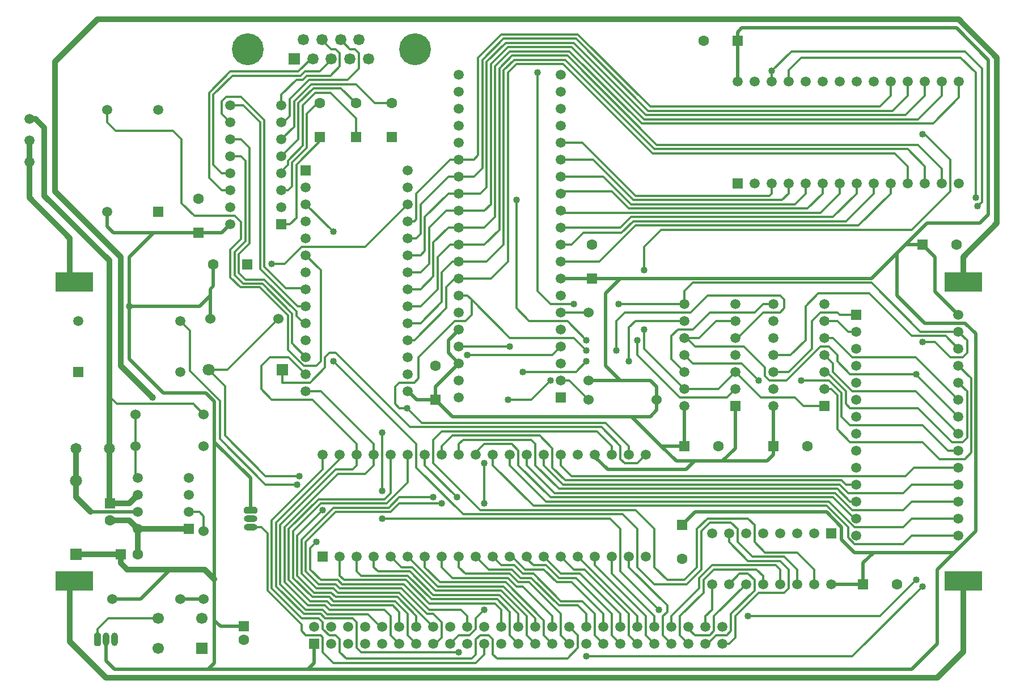
<source format=gbr>
G04 DipTrace 2.4.0.2*
%INTop.gbr*%
%MOIN*%
%ADD13C,0.013*%
%ADD14C,0.032*%
%ADD15C,0.02*%
%ADD19R,0.2205X0.1181*%
%ADD20C,0.063*%
%ADD21R,0.063X0.063*%
%ADD22R,0.0709X0.0709*%
%ADD23C,0.0709*%
%ADD24R,0.0591X0.0591*%
%ADD25C,0.0591*%
%ADD26C,0.063*%
%ADD27R,0.0665X0.0665*%
%ADD28C,0.0665*%
%ADD29C,0.1874*%
%ADD30C,0.065*%
%ADD31C,0.06*%
%ADD32C,0.06*%
%ADD33R,0.0669X0.0669*%
%ADD34C,0.0669*%
%ADD35O,0.0394X0.0787*%
%ADD36O,0.0787X0.0394*%
%ADD37C,0.04*%
%FSLAX44Y44*%
G04*
G70*
G90*
G75*
G01*
%LNTop*%
%LPD*%
X32500Y25000D2*
D13*
X34750D1*
X36875Y27125D1*
X50000D1*
X51875Y29000D1*
Y29575D1*
X51900Y29600D1*
X20500Y13625D2*
Y13000D1*
X20250Y12750D1*
X19250D1*
X16000Y9500D1*
Y6000D1*
X17500Y4500D1*
X18500D1*
X18764Y4236D1*
X21139D1*
X21875Y3500D1*
X22000D1*
X20500Y13625D2*
Y14250D1*
X17875Y16875D1*
X15500D1*
X14875Y17500D1*
Y18875D1*
X15375Y19375D1*
X16500D1*
X17500Y18375D1*
X32500Y26000D2*
X33128D1*
X33819Y26691D1*
X36066D1*
X36750Y27375D1*
X49250D1*
X50875Y29000D1*
Y29575D1*
X50900Y29600D1*
X21500Y13625D2*
Y13000D1*
X21000Y12500D1*
X19375D1*
X16250Y9375D1*
Y6125D1*
X17625Y4750D1*
X18625D1*
X18875Y4500D1*
X22125D1*
X22500Y4125D1*
Y3000D1*
X23000Y2500D1*
X21500Y13625D2*
Y14250D1*
X18375Y17375D1*
X17500D1*
X32500Y27000D2*
X36000D1*
X36625Y27625D1*
X48500D1*
X49875Y29000D1*
Y29600D1*
X49900D1*
X22500Y13625D2*
Y11375D1*
X22125Y11000D1*
X18250D1*
X16500Y9250D1*
Y6250D1*
X17750Y5000D1*
X18750D1*
X19000Y4750D1*
X22625D1*
X23000Y4375D1*
Y3500D1*
X32500Y28000D2*
Y27875D1*
X47750D1*
X48875Y29000D1*
Y29600D1*
X48900D1*
X23500Y13625D2*
Y12000D1*
X22250Y10750D1*
X18375D1*
X16750Y9125D1*
Y6375D1*
X17875Y5250D1*
X18875D1*
X19125Y5000D1*
X22750D1*
X23500Y4250D1*
Y3000D1*
X24000Y2500D1*
X32500Y29000D2*
Y29125D1*
X35500D1*
X36500Y28125D1*
X47000D1*
X47875Y29000D1*
Y29600D1*
X47900D1*
X32500Y30000D2*
X35000D1*
X36625Y28375D1*
X46250D1*
X46875Y29000D1*
Y29600D1*
X46900D1*
X32500Y31000D2*
X34375D1*
X36750Y28625D1*
X45500D1*
X45875Y29000D1*
Y29600D1*
X45900D1*
X32500Y32000D2*
X33750D1*
X36875Y28875D1*
X44750D1*
X44875Y29000D1*
Y29600D1*
X44900D1*
X56875Y28750D2*
Y36125D1*
X56000Y37000D1*
X46625D1*
X45875Y36250D1*
Y35625D1*
X45900Y35600D1*
X48000Y17500D2*
X48375D1*
X48750Y17125D1*
Y15125D1*
X49500Y14375D1*
X53750D1*
X54750Y13375D1*
X56250D1*
X56625Y13750D1*
Y18120D1*
X55870Y18875D1*
X48000Y18500D2*
X48125D1*
X49250Y17375D1*
Y16625D1*
X49500Y16375D1*
X53500D1*
X55500Y14375D1*
X56125D1*
X56375Y14625D1*
Y17370D1*
X55870Y17875D1*
X48000Y19500D2*
X48500Y19000D1*
Y18500D1*
X49625Y17375D1*
X53370D1*
X55870Y14875D1*
X48000Y20500D2*
X48500D1*
X49625Y19375D1*
X53370D1*
X55870Y16875D1*
X48000Y21500D2*
X48750D1*
X49375Y20875D1*
X49870D1*
X44900Y35600D2*
Y36225D1*
X57000Y28250D2*
X57250Y28500D1*
Y36375D1*
X56250Y37375D1*
X46050D1*
X44900Y36225D1*
X45000Y19500D2*
X46000D1*
X46875Y20375D1*
Y22375D1*
X47625Y23125D1*
X50625D1*
X53125Y20625D1*
X55120D1*
X55870Y19875D1*
X45000Y18500D2*
X45875D1*
X47250Y19875D1*
Y21500D1*
X47750Y22000D1*
X48750D1*
X48875Y21875D1*
X49870D1*
X29875Y28625D2*
Y22250D1*
X30625Y21500D1*
X32875D1*
X34000Y20375D1*
X37000D2*
Y19500D1*
X39500Y17000D1*
X42250D1*
X42750Y17500D1*
X46375Y6000D2*
Y6875D1*
X45625Y7625D1*
X43750D1*
X42875Y8500D1*
Y9250D1*
X42500Y9625D1*
X41250D1*
X40750Y9125D1*
Y6875D1*
X39875Y6000D1*
X38000D1*
X37000Y7000D1*
Y9250D1*
X36125Y10125D1*
X26750D1*
X24000Y12875D1*
Y14250D1*
X19125Y19125D1*
Y26750D2*
X17500Y28375D1*
X56142Y6201D2*
D14*
Y2017D1*
X54625Y500D1*
X5750D1*
X3625Y2625D1*
Y5951D1*
X3875Y6201D1*
X16069Y27191D2*
D13*
X16569D1*
X16944Y27566D1*
Y30691D1*
X18569Y32316D1*
X18319D1*
X16069Y29191D2*
X16444D1*
X16694Y29441D1*
Y30816D1*
X17569Y31691D1*
Y33691D1*
X18194Y34316D1*
X18441D1*
X18319Y34194D1*
Y34316D1*
X16069Y30191D2*
X15944D1*
X16444Y30691D1*
Y30941D1*
X17319Y31816D1*
Y34191D1*
X18069Y34941D1*
X18944D1*
X20444Y33441D1*
Y32316D1*
X16069Y31191D2*
X17069Y32191D1*
Y34316D1*
X17944Y35191D1*
X19569D1*
X20444Y34316D1*
X18500Y13625D2*
Y12750D1*
X15500Y9750D1*
Y5750D1*
X17250Y4000D1*
X18250D1*
X18500Y3750D1*
Y3375D1*
X18875Y3000D1*
X19250D1*
X19500Y2750D1*
Y2000D1*
X19875Y1625D1*
X27250D1*
X27500Y1875D1*
Y2750D1*
X27750Y3000D1*
X28250D1*
X28500Y2750D1*
Y1875D1*
X28750Y1625D1*
X32875D1*
X33500Y2250D1*
Y3000D1*
X33000Y3500D1*
X19500Y13625D2*
Y13375D1*
X15750Y9625D1*
Y5875D1*
X17375Y4250D1*
X18375D1*
X18625Y4000D1*
X20250D1*
X20500Y3750D1*
Y2250D1*
X20750Y2000D1*
X26500D1*
X35500Y7625D2*
Y6625D1*
X38000Y4125D1*
Y3500D1*
X36500Y7625D2*
Y7000D1*
X38750Y4750D1*
Y4375D1*
X38500Y4125D1*
Y3000D1*
X39000Y2500D1*
X17500Y22375D2*
X17010D1*
X14819Y24566D1*
Y33191D1*
X13819Y34191D1*
X13069D1*
X26500Y24000D2*
X26250D1*
X25750Y23500D1*
Y22250D1*
X23875Y20375D1*
X23484D1*
X52900Y29600D2*
Y30600D1*
X52125Y31375D1*
X37875D1*
X32625Y36625D1*
X29875D1*
X29375Y36125D1*
Y25000D1*
X28375Y24000D1*
X26500D1*
X49870Y11875D2*
X49250D1*
X49000Y12125D1*
X32750D1*
X32000Y12875D1*
Y14000D1*
X31250Y14750D1*
X26125D1*
X25500Y14125D1*
Y13625D1*
X26500Y25000D2*
X26125D1*
X25500Y24375D1*
Y22625D1*
X24250Y21375D1*
X23484D1*
X53900Y29600D2*
Y30600D1*
X52875Y31625D1*
X38000D1*
X32750Y36875D1*
X29750D1*
X29125Y36250D1*
Y26000D1*
X28125Y25000D1*
X26500D1*
X49870Y10875D2*
X49500D1*
X48750Y11625D1*
X32375D1*
X31000Y13000D1*
Y14250D1*
X30750Y14500D1*
X26750D1*
X26500Y14250D1*
Y13625D1*
Y26000D2*
X26000D1*
X25250Y25250D1*
Y23375D1*
X24250Y22375D1*
X23484D1*
X54900Y29600D2*
Y30475D1*
X53500Y31875D1*
X38125D1*
X32875Y37125D1*
X29625D1*
X28875Y36375D1*
Y26875D1*
X28000Y26000D1*
X26500D1*
X49870Y9875D2*
X49750D1*
X48500Y11125D1*
X31875D1*
X30000Y13000D1*
Y13875D1*
X29625Y14250D1*
X28000D1*
X27500Y13750D1*
Y13625D1*
X26500Y27000D2*
X25875D1*
X25000Y26125D1*
Y24125D1*
X24250Y23375D1*
X23484D1*
X55900Y35600D2*
Y34650D1*
X54375Y33125D1*
X37250D1*
X33000Y37375D1*
X29500D1*
X28625Y36500D1*
Y27625D1*
X28000Y27000D1*
X26500D1*
X55870Y8875D2*
X53125D1*
X52625Y8375D1*
X49750D1*
X49375Y8750D1*
Y9375D1*
X48125Y10625D1*
X30875D1*
X28500Y13000D1*
Y13625D1*
X26500Y28000D2*
X25750D1*
X24750Y27000D1*
Y24875D1*
X24250Y24375D1*
X23484D1*
X54900Y35600D2*
Y34775D1*
X53500Y33375D1*
X37375D1*
X33125Y37625D1*
X29375D1*
X28375Y36625D1*
Y28375D1*
X28000Y28000D1*
X26500D1*
X55870Y9875D2*
X53125D1*
X52625Y9375D1*
X49750D1*
X48250Y10875D1*
X31625D1*
X29500Y13000D1*
Y13625D1*
X26500Y29000D2*
X25875D1*
X24500Y27625D1*
Y25625D1*
X24250Y25375D1*
X23484D1*
X53900Y35600D2*
X53875D1*
Y34750D1*
X52750Y33625D1*
X37500D1*
X33250Y37875D1*
X29250D1*
X28125Y36750D1*
Y29375D1*
X27750Y29000D1*
X26500D1*
X55870Y10875D2*
X53125D1*
X52625Y10375D1*
X49625D1*
X48625Y11375D1*
X32125D1*
X30500Y13000D1*
Y13625D1*
X26500Y30000D2*
X25875D1*
X24250Y28375D1*
Y26625D1*
X24000Y26375D1*
X23484D1*
X52900Y35600D2*
Y34775D1*
X52000Y33875D1*
X37625D1*
X33375Y38125D1*
X29125D1*
X27875Y36875D1*
Y30500D1*
X27375Y30000D1*
X26500D1*
X55870Y11875D2*
X53125D1*
X52625Y11375D1*
X49375D1*
X48875Y11875D1*
X32625D1*
X31500Y13000D1*
Y13625D1*
X26500Y31000D2*
X26000D1*
X24000Y29000D1*
Y27500D1*
X23875Y27375D1*
X23484D1*
X51900Y35600D2*
Y34775D1*
X51250Y34125D1*
X37750D1*
X33500Y38375D1*
X29000D1*
X27625Y37000D1*
Y31250D1*
X27375Y31000D1*
X26500D1*
X55870Y12875D2*
X53250D1*
X52750Y12375D1*
X33125D1*
X32500Y13000D1*
Y13625D1*
X39000Y3500D2*
Y4125D1*
X40625Y5750D1*
Y6375D1*
X41375Y7125D1*
X45125D1*
X45375Y6875D1*
Y6000D1*
X6000Y9750D2*
D14*
X7135D1*
X7630Y9255D1*
X7625Y7750D2*
Y9250D1*
X7630Y9255D1*
X10630D1*
X56142Y23799D2*
Y25267D1*
X58125Y27250D1*
Y37000D1*
X55875Y39250D1*
X5250D1*
X2750Y36750D1*
Y29125D1*
X6625Y25250D1*
Y18875D1*
X8500Y17000D1*
X40000Y2500D2*
D13*
X39500Y3000D1*
Y4125D1*
X40875Y5500D1*
Y6250D1*
X41500Y6875D1*
X44000D1*
X44375Y6500D1*
Y6000D1*
X40000Y3500D2*
Y3375D1*
X40375Y3000D1*
X41250D1*
X41500Y3250D1*
Y4125D1*
X43375Y6000D1*
X41000Y2500D2*
X41125D1*
X41625Y3000D1*
X42250D1*
X42500Y3250D1*
Y4250D1*
X43875Y5625D1*
Y6250D1*
X43500Y6625D1*
X43000D1*
X42375Y6000D1*
X41000Y3500D2*
Y4125D1*
X41375Y4500D1*
Y6000D1*
X42000Y2500D2*
X42375D1*
X42750Y2875D1*
Y4125D1*
X44125Y5500D1*
X45625D1*
X45875Y5750D1*
Y6875D1*
X45375Y7375D1*
X43500D1*
X42375Y8500D1*
Y9000D1*
X39750Y18500D2*
X39000Y19250D1*
Y20625D1*
X39375Y21000D1*
X40250D1*
X41250Y22000D1*
X43875D1*
X44375Y22500D1*
X45000D1*
X11775Y18625D2*
X12875D1*
X15875Y21625D1*
X15500Y24875D2*
X16250D1*
X17250Y25875D1*
X20984D1*
X23484Y28375D1*
X27000Y19500D2*
X32000D1*
X32500Y20000D1*
X24000Y3500D2*
Y4125D1*
X22875Y5250D1*
X19250D1*
X19000Y5500D1*
X18000D1*
X17000Y6500D1*
Y8875D1*
X18500Y10375D1*
X17125Y12375D2*
X15125D1*
X12750Y14750D1*
Y17650D1*
X11775Y18625D1*
X37500Y13625D2*
X37000Y13125D1*
X36250D1*
X36000Y13375D1*
Y14125D1*
X34875Y15250D1*
X23625D1*
X19250Y19625D1*
X18875D1*
X18625Y19375D1*
Y18750D1*
X17750Y17875D1*
X16125D1*
Y18625D1*
X7500Y16000D2*
Y14125D1*
Y12385D1*
X7630Y12255D1*
X14250Y9375D2*
X14875D1*
X15250Y9000D1*
Y5625D1*
X17250Y3625D1*
Y3250D1*
X17500Y3000D1*
X18375D1*
X18500Y2875D1*
Y2000D1*
X19125Y1375D1*
X27500D1*
X28000Y1875D1*
Y2500D1*
X39750Y20500D2*
X39875D1*
X40625D1*
X41625Y21500D1*
X42750D1*
X55870Y15875D2*
X53370Y18375D1*
X49500D1*
X48750Y19125D1*
Y19500D1*
X48250Y20000D1*
X47750D1*
X45750Y18000D1*
X44750D1*
X44500Y18250D1*
Y18750D1*
X43250Y20000D1*
X40375D1*
X39875Y20500D1*
X53375Y18375D2*
X53370D1*
X43500Y4125D2*
X51250D1*
X53375Y6250D1*
X55870Y20875D2*
X53625D1*
X50750Y23750D1*
X40250D1*
X39750Y23250D1*
Y22500D1*
X31125Y36125D2*
Y23250D1*
X31875Y22500D1*
X33250D1*
X35875D2*
X38000D1*
X39750D1*
X55870Y20875D2*
X56375Y20370D1*
Y19625D1*
X56125Y19375D1*
X55375D1*
X54500Y20250D1*
X53750D1*
Y5875D2*
X49625Y1750D1*
X34000D1*
X10125Y5125D2*
D15*
X11500D1*
Y5130D1*
X10630Y10255D2*
D13*
X11245D1*
X11500Y10000D1*
Y9130D1*
X34125Y22000D2*
X32500D1*
X25000Y2500D2*
X25125D1*
X25500Y2875D1*
Y3750D1*
X25000Y4250D1*
X24625D1*
X23125Y5750D1*
X19500D1*
X19250Y6000D1*
X18250D1*
X17500Y6750D1*
Y8500D1*
X19250Y10250D1*
X22500D1*
X23000Y10750D1*
X25500D1*
X28000D2*
Y13125D1*
X29375Y16875D2*
X30750D1*
X31875Y18000D1*
X29000Y3500D2*
Y4500D1*
X28625Y4875D1*
X24750D1*
X23375Y6250D1*
X19750D1*
X19500Y6500D1*
Y7625D1*
X20500D2*
Y6750D1*
X20750Y6500D1*
X23500D1*
X24875Y5125D1*
X28750D1*
X29500Y4375D1*
Y3000D1*
X30000Y2500D1*
Y3500D2*
Y4250D1*
X28875Y5375D1*
X25000D1*
X23625Y6750D1*
X21750D1*
X21500Y7000D1*
Y7625D1*
X31000Y2500D2*
X30500Y3000D1*
Y4125D1*
X29000Y5625D1*
X25125D1*
X23750Y7000D1*
X23125D1*
X22500Y7625D1*
X23500D2*
X25250Y5875D1*
X29125D1*
X31000Y4000D1*
Y3500D1*
X32000Y2500D2*
X31500Y3000D1*
Y3875D1*
X29250Y6125D1*
X25375D1*
X24500Y7000D1*
Y7625D1*
X25500D2*
Y7000D1*
X26125Y6375D1*
X29375D1*
X29875Y5875D1*
X30250D1*
X32000Y4125D1*
Y3500D1*
X33000Y2500D2*
X32500Y3000D1*
Y4250D1*
X30625Y6125D1*
X30000D1*
X29500Y6625D1*
X26875D1*
X26500Y7000D1*
Y7625D1*
X34000Y3500D2*
Y4250D1*
X33500Y4750D1*
X32375D1*
X30750Y6375D1*
X30125D1*
X29625Y6875D1*
X28250D1*
X27500Y7625D1*
X35000Y2500D2*
X34500Y3000D1*
Y4250D1*
X33750Y5000D1*
X32500D1*
X30875Y6625D1*
X30250D1*
X29750Y7125D1*
X29000D1*
X28500Y7625D1*
X29500D2*
X29625D1*
X30375Y6875D1*
X31500D1*
X32250Y6125D1*
X33125D1*
X35000Y4250D1*
Y3500D1*
X36000Y2500D2*
X35500Y3000D1*
Y4250D1*
X33375Y6375D1*
X32375D1*
X31625Y7125D1*
X30875D1*
X30500Y7500D1*
Y7625D1*
X31500D2*
X32500Y6625D1*
X33625D1*
X36000Y4250D1*
Y3500D1*
X37000Y2500D2*
X36500Y3000D1*
Y4250D1*
X33875Y6875D1*
X33250D1*
X32500Y7625D1*
X33500D2*
X37000Y4125D1*
Y3500D1*
X38000Y2500D2*
X37500Y3000D1*
Y4125D1*
X34500Y7125D1*
Y7625D1*
X26500Y20000D2*
X29500D1*
X27000Y3500D2*
Y4125D1*
X26625Y4500D1*
X24750D1*
X23250Y6000D1*
X19625D1*
X19375Y6250D1*
X18375D1*
X17750Y6875D1*
Y8125D1*
X18125Y8500D1*
X17000Y11875D2*
X15125D1*
X12444Y14556D1*
Y16806D1*
X10694Y18556D1*
Y20931D1*
X10125Y21500D1*
X30250Y18500D2*
X33375D1*
X34000Y19125D1*
X36500D2*
Y21125D1*
X36875Y21500D1*
X39750D1*
X11194Y26691D2*
D15*
X8566D1*
X7125Y25250D1*
Y22375D1*
X53750Y26000D2*
X54500Y25250D1*
Y23245D1*
X55870Y21875D1*
X42875Y38000D2*
X42900D1*
Y35600D1*
X34125Y18000D2*
X36000D1*
X37750D1*
X38125Y17625D1*
Y16875D1*
X32500Y24000D2*
X34313D1*
X39625Y9500D2*
X40375Y10250D1*
X48125D1*
X49000Y9375D1*
Y8625D1*
X49750Y7875D1*
X51500D1*
X50875D1*
X50250Y7250D1*
Y6000D1*
X25125Y16875D2*
X24010D1*
X23484Y17401D1*
Y17375D1*
X25125Y16875D2*
X25131Y16869D1*
X26125Y15875D1*
X36646D1*
X37750D1*
X38125Y16250D1*
Y16875D1*
X26500Y21000D2*
Y20875D1*
X26375D1*
X25875Y20375D1*
Y19625D1*
X26500Y19000D1*
X25131Y16869D2*
Y17631D1*
X26500Y19000D1*
X18000Y2500D2*
Y1375D1*
X17625Y1000D1*
X7102D1*
X11750D1*
X12125Y1375D1*
Y3875D1*
Y6289D1*
Y14375D1*
Y16750D1*
X11625Y17250D1*
X9125D1*
X7125Y19250D1*
Y22375D1*
X39750Y14125D2*
X38396D1*
X36646Y15875D1*
X45000Y14125D2*
Y13622D1*
X44628Y13250D1*
X42000D1*
X40348D1*
X39271D1*
X38396Y14125D1*
X39750D2*
Y16500D1*
X45000Y14125D2*
Y16500D1*
X50250Y6000D2*
X48375D1*
X51500Y7875D2*
X55625D1*
X56875Y9125D1*
Y20750D1*
X56250Y21375D1*
X53875D1*
X52250Y23000D1*
Y25489D1*
X52761Y26000D1*
X54011Y27250D1*
X57125D1*
X57625Y27750D1*
Y36875D1*
X55750Y38750D1*
X43125D1*
X42875Y38500D1*
Y38000D1*
X34313Y24000D2*
X36000D1*
X50761D1*
X52250Y25489D1*
X11194Y26691D2*
X12569D1*
X13069Y27191D1*
X42000Y13250D2*
X42750Y14000D1*
Y16500D1*
X5750Y2755D2*
Y1500D1*
X6250Y1000D1*
X7102D1*
X11875Y21625D2*
Y23000D1*
Y23375D1*
X12069Y23569D1*
Y24816D1*
X34500Y13625D2*
Y13500D1*
X35250Y12750D1*
X39848D1*
X40348Y13250D1*
X13870Y3519D2*
X12481D1*
X12125Y3875D1*
X17625Y1000D2*
X53125D1*
X54625Y2500D1*
Y6875D1*
X55625Y7875D1*
X36000Y18000D2*
X35125Y18875D1*
Y23125D1*
X36000Y24000D1*
X53750Y26000D2*
X52761D1*
X4000Y7750D2*
D14*
X6625D1*
Y7250D1*
X7000Y6875D1*
X9536D1*
X11539D1*
X12125Y6289D1*
X14250Y10375D2*
D15*
Y12250D1*
X12125Y14375D1*
X6125Y5125D2*
X7786D1*
X9536Y6875D1*
X5819Y27941D2*
Y27056D1*
X6184Y26691D1*
X8566D1*
X11875Y23000D2*
X11250Y22375D1*
X7125D1*
X3996Y14005D2*
D14*
Y12105D1*
X4000Y12100D1*
X7630Y10255D2*
D15*
X4870D1*
D14*
X4000Y11125D1*
Y12100D1*
X13069Y30191D2*
D13*
X12569D1*
X12069Y30691D1*
Y34816D1*
X13194Y35941D1*
X17194D1*
X17444Y36191D1*
X18319D1*
X19000Y36872D1*
Y36941D1*
X16069Y34191D2*
Y34816D1*
X16944Y35691D1*
X17319D1*
X17569Y35941D1*
X18944D1*
X19500Y36497D1*
Y37250D1*
X19250Y37500D1*
X19000D1*
X18455Y38045D1*
Y38059D1*
X55870Y13875D2*
X55250D1*
X53750Y15375D1*
X49500D1*
X49000Y15875D1*
Y17250D1*
X48250Y18000D1*
X46625D1*
X44125D2*
X43125Y19000D1*
X40250D1*
X39750Y19500D1*
X32500Y18000D2*
X33000D1*
X34125Y16875D1*
X5250Y2755D2*
Y3375D1*
X5875Y4000D1*
X8810D1*
X8820Y4011D1*
X24500Y13625D2*
Y13000D1*
X26375Y11125D1*
X25000D2*
X23000D1*
X22375Y10500D1*
X19125D1*
X17250Y8625D1*
Y6625D1*
X18125Y5750D1*
X19125D1*
X19375Y5500D1*
X23000D1*
X25000Y3500D1*
X48000Y16500D2*
X46750D1*
X46250Y17000D1*
X44250D1*
X42750Y18500D1*
X39750Y17500D2*
X41750D1*
X42750Y18500D1*
X53750Y32500D2*
X53875D1*
X55375Y31000D1*
Y29125D1*
X53125Y26875D1*
X38375D1*
X37375Y25875D1*
Y24500D1*
Y21000D2*
Y19875D1*
X39750Y17500D1*
X17500Y23375D2*
Y23441D1*
X16319D1*
X15069Y24691D1*
Y33316D1*
X13694Y34691D1*
X12819D1*
X12569Y34441D1*
Y33691D1*
X13069Y33191D1*
X36500Y13625D2*
Y14125D1*
X35125Y15500D1*
X24322D1*
X23444Y16378D1*
X22997D1*
X22750Y16625D1*
Y17625D1*
X23000Y17875D1*
X23875D1*
X24125Y18125D1*
Y19375D1*
X26250Y21500D1*
X26875D1*
X27250Y21875D1*
Y22750D1*
X27000Y23000D1*
X26500D1*
X42750Y20500D2*
X42875D1*
X44375Y22000D1*
X45375D1*
X45625Y22250D1*
Y22750D1*
X45375Y23000D1*
X41125D1*
X40129Y22004D1*
X36254D1*
X35750Y21500D1*
Y19750D1*
X34000D2*
X33250Y20500D1*
X29500D1*
X27250Y22750D1*
X26000Y2500D2*
X26500Y3000D1*
X27125D1*
X27500Y3375D1*
Y4000D1*
X28000Y4500D1*
X38250D2*
X36000Y6750D1*
Y9250D1*
X35375Y9875D1*
X22000D1*
Y11500D2*
Y14935D1*
X13069Y31191D2*
X13694D1*
X13944Y30941D1*
Y26191D1*
X13319Y25566D1*
Y24191D1*
X13819Y23691D1*
X14944D1*
X16694Y21941D1*
Y20181D1*
X17500Y19375D1*
X13069Y29191D2*
X12569D1*
X11819Y29941D1*
Y34941D1*
X13069Y36191D1*
X17069D1*
X17909Y37031D1*
Y36941D1*
X16069Y33191D2*
X16194D1*
X16569Y33566D1*
Y34566D1*
X17694Y35691D1*
X19941D1*
X20625Y36375D1*
Y37250D1*
X20375Y37500D1*
X20104D1*
X19545Y38059D1*
X13069Y32191D2*
X13694D1*
X14194Y31691D1*
Y26066D1*
X13569Y25441D1*
Y24316D1*
X13944Y23941D1*
X15069D1*
X16944Y22066D1*
Y21806D1*
X17375Y21375D1*
X17500D1*
X16069Y32191D2*
Y32316D1*
X16194D1*
X16819Y32941D1*
Y34441D1*
X17819Y35441D1*
X20444D1*
X21569Y34316D1*
X22569D1*
X1250Y32125D2*
D14*
Y30865D1*
Y28750D1*
X3625Y26375D1*
Y24049D1*
X3875Y23799D1*
X47375Y6000D2*
D13*
Y6875D1*
X46375Y7875D1*
X44500D1*
X43875Y8500D1*
Y9500D1*
X43500Y9875D1*
X41125D1*
X40500Y9250D1*
Y7000D1*
X39750Y6250D1*
X38750D1*
X38000Y7000D1*
Y9250D1*
X36875Y10375D1*
X27750D1*
X25000Y13125D1*
Y14500D1*
X25500Y15000D1*
X34625D1*
X35500Y14125D1*
Y13625D1*
X6000Y10750D2*
D14*
X7125D1*
X7630Y11255D1*
X5964Y14005D2*
Y10786D1*
X6000Y10750D1*
X1250Y33385D2*
X1615D1*
X2125Y32875D1*
Y28875D1*
X5938Y25062D1*
Y17063D1*
Y14032D1*
X5964Y14005D1*
X5938Y17063D2*
D13*
X6375Y16625D1*
X10875D1*
X11500Y16000D1*
X17500Y25375D2*
X18375Y24500D1*
Y19125D1*
X18125Y18875D1*
X17375D1*
X16444Y19806D1*
Y21816D1*
X14777Y23483D1*
X13652D1*
X13069Y24066D1*
Y25691D1*
X13694Y26316D1*
Y27316D1*
X13319Y27691D1*
X10944D1*
X10194Y28441D1*
Y32191D1*
X9694Y32691D1*
X6319D1*
X5819Y33191D1*
Y33941D1*
D37*
X56875Y28750D3*
X44900Y36225D3*
X57000Y28250D3*
X29875Y28625D3*
X34000Y20375D3*
X37000D3*
X19125Y19125D3*
Y26750D3*
X26500Y2000D3*
X8500Y17000D3*
X15500Y24875D3*
X27000Y19500D3*
X18500Y10375D3*
X17125Y12375D3*
X43500Y4125D3*
X53375Y6250D3*
X31125Y36125D3*
X33250Y22500D3*
X35875D3*
X53750Y20250D3*
Y5875D3*
X34000Y1750D3*
X25500Y10750D3*
X28000D3*
Y13125D3*
X29375Y16875D3*
X31875Y18000D3*
X29500Y20000D3*
X18125Y8500D3*
X17000Y11875D3*
X30250Y18500D3*
X34000Y19125D3*
X36500D3*
X7125Y22375D3*
X46625Y18000D3*
X44125D3*
X26375Y11125D3*
X25000D3*
X53750Y32500D3*
X37375Y24500D3*
Y21000D3*
X35750Y19750D3*
X34000D3*
X28000Y4500D3*
X38250D3*
X22000Y9875D3*
Y11500D3*
Y14935D3*
X23444Y16378D3*
X53375Y18375D3*
D19*
X3875Y23799D3*
Y6201D3*
X56142D3*
Y23799D3*
D20*
X6000Y9750D3*
D21*
Y10750D3*
D20*
X39625Y7500D3*
D21*
Y9500D3*
D20*
X7625Y7750D3*
D21*
X6625D3*
D20*
X40875Y38000D3*
D21*
X42875D3*
D20*
X25125Y18875D3*
D21*
Y16875D3*
D20*
X34313Y26000D3*
D21*
Y24000D3*
D20*
X18319Y34316D3*
D21*
Y32316D3*
D20*
X11194Y28691D3*
D21*
Y26691D3*
D20*
X41750Y14125D3*
D21*
X39750D3*
D20*
X55750Y26000D3*
D21*
X53750D3*
D20*
X20444Y34316D3*
D21*
Y32316D3*
D20*
X12069Y24816D3*
D21*
X14069D3*
D20*
X22569Y34316D3*
D21*
Y32316D3*
D20*
X47000Y14125D3*
D21*
X45000D3*
D20*
X52250Y6000D3*
D21*
X50250D3*
D22*
X16125Y18625D3*
D23*
X11775D3*
D22*
X4000Y7750D3*
D23*
Y12100D3*
D24*
X18500Y7625D3*
D25*
X19500D3*
X20500D3*
X21500D3*
X22500D3*
X23500D3*
X24500D3*
X25500D3*
X26500D3*
X27500D3*
X28500D3*
X29500D3*
X30500D3*
X31500D3*
X32500D3*
X33500D3*
X34500D3*
X35500D3*
X36500D3*
X37500D3*
Y13625D3*
X36500D3*
X35500D3*
X34500D3*
X33500D3*
X32500D3*
X31500D3*
X30500D3*
X29500D3*
X28500D3*
X27500D3*
X26500D3*
X25500D3*
X24500D3*
X23500D3*
X22500D3*
X21500D3*
X20500D3*
X19500D3*
X18500D3*
D24*
X17500Y30375D3*
D25*
Y29375D3*
Y28375D3*
Y27375D3*
Y26375D3*
Y25375D3*
Y24375D3*
Y23375D3*
Y22375D3*
Y21375D3*
Y20375D3*
Y19375D3*
Y18375D3*
Y17375D3*
X23484D3*
Y18375D3*
Y19375D3*
Y20375D3*
Y21375D3*
Y22375D3*
Y23375D3*
Y24375D3*
Y25375D3*
Y26375D3*
Y27375D3*
Y28375D3*
Y29375D3*
Y30375D3*
D24*
X42900Y29600D3*
D25*
X43900D3*
X44900D3*
X45900D3*
X46900D3*
X47900D3*
X48900D3*
X49900D3*
X50900D3*
X51900D3*
X52900D3*
X53900D3*
X54900D3*
X55900D3*
Y35600D3*
X54900D3*
X53900D3*
X52900D3*
X51900D3*
X50900D3*
X49900D3*
X48900D3*
X47900D3*
X46900D3*
X45900D3*
X44900D3*
X43900D3*
X42900D3*
D24*
X32500Y17000D3*
D25*
Y18000D3*
Y19000D3*
Y20000D3*
Y21000D3*
Y22000D3*
Y23000D3*
Y24000D3*
Y25000D3*
Y26000D3*
Y27000D3*
Y28000D3*
Y29000D3*
Y30000D3*
Y31000D3*
Y32000D3*
Y33000D3*
Y34000D3*
Y35000D3*
Y36000D3*
X26500D3*
Y35000D3*
Y34000D3*
Y33000D3*
Y32000D3*
Y31000D3*
Y30000D3*
Y29000D3*
Y28000D3*
Y27000D3*
Y26000D3*
Y25000D3*
Y24000D3*
Y23000D3*
Y22000D3*
Y21000D3*
Y20000D3*
Y19000D3*
Y18000D3*
Y17000D3*
D24*
X49870Y21875D3*
D25*
Y20875D3*
Y19875D3*
Y18875D3*
Y17875D3*
Y16875D3*
Y15875D3*
Y14875D3*
Y13875D3*
Y12875D3*
Y11875D3*
Y10875D3*
Y9875D3*
Y8875D3*
X55870D3*
Y9875D3*
Y10875D3*
Y11875D3*
Y12875D3*
Y13875D3*
Y14875D3*
Y15875D3*
Y16875D3*
Y17875D3*
Y18875D3*
Y19875D3*
Y20875D3*
Y21875D3*
D24*
X16069Y27191D3*
D25*
Y28191D3*
Y29191D3*
Y30191D3*
Y31191D3*
Y32191D3*
Y33191D3*
Y34191D3*
X13069D3*
Y33191D3*
Y32191D3*
Y31191D3*
Y30191D3*
Y29191D3*
Y28191D3*
Y27191D3*
D24*
X18000Y2500D3*
D25*
Y3500D3*
X19000Y2500D3*
Y3500D3*
X20000Y2500D3*
Y3500D3*
X21000Y2500D3*
Y3500D3*
X22000Y2500D3*
Y3500D3*
X23000Y2500D3*
Y3500D3*
X24000Y2500D3*
Y3500D3*
X25000Y2500D3*
Y3500D3*
X26000Y2500D3*
Y3500D3*
X27000Y2500D3*
Y3500D3*
X28000Y2500D3*
Y3500D3*
X29000Y2500D3*
Y3500D3*
X30000Y2500D3*
Y3500D3*
X31000Y2500D3*
Y3500D3*
X32000Y2500D3*
Y3500D3*
X33000Y2500D3*
Y3500D3*
X34000Y2500D3*
Y3500D3*
X35000Y2500D3*
Y3500D3*
X36000Y2500D3*
Y3500D3*
X37000Y2500D3*
Y3500D3*
X38000Y2500D3*
Y3500D3*
X39000Y2500D3*
Y3500D3*
X40000Y2500D3*
Y3500D3*
X41000Y2500D3*
Y3500D3*
X42000Y2500D3*
Y3500D3*
D21*
X13870Y3519D3*
D26*
Y2731D3*
D27*
X16819Y36941D3*
D28*
X17909D3*
X19000D3*
X20091D3*
X21181D3*
X17364Y38059D3*
X18455D3*
X19545D3*
X20636D3*
D29*
X14081Y37500D3*
X23919D3*
D30*
X3996Y14005D3*
X5964D3*
D31*
X11875Y21625D3*
D32*
X15875D3*
D31*
X7500Y16000D3*
D32*
X11500D3*
D31*
X38125Y16875D3*
D32*
X34125D3*
D31*
Y18000D3*
D32*
Y22000D3*
D31*
X6125Y5125D3*
D32*
X10125D3*
D31*
X7500Y14125D3*
D32*
X11500D3*
D33*
X11380Y2239D3*
D34*
Y4011D3*
X8820D3*
Y2239D3*
D25*
X1250Y33385D3*
Y32125D3*
Y30865D3*
G36*
X5053Y2460D2*
X5152Y2361D1*
X5348D1*
X5447Y2460D1*
Y3050D1*
X5348Y3149D1*
X5152D1*
X5053Y3050D1*
Y2460D1*
G37*
D35*
X5750Y2755D3*
X6250D3*
D24*
X48375Y9000D3*
D25*
X47375D3*
X46375D3*
X45375D3*
X44375D3*
X43375D3*
X42375D3*
X41375D3*
Y6000D3*
X42375D3*
X43375D3*
X44375D3*
X45375D3*
X46375D3*
X47375D3*
X48375D3*
D24*
X48000Y16500D3*
D25*
Y17500D3*
Y18500D3*
Y19500D3*
Y20500D3*
Y21500D3*
Y22500D3*
X45000D3*
Y21500D3*
Y20500D3*
Y19500D3*
Y18500D3*
Y17500D3*
Y16500D3*
D24*
X42750D3*
D25*
Y17500D3*
Y18500D3*
Y19500D3*
Y20500D3*
Y21500D3*
Y22500D3*
X39750D3*
Y21500D3*
Y20500D3*
Y19500D3*
Y18500D3*
Y17500D3*
Y16500D3*
D24*
X10630Y9255D3*
D25*
Y10255D3*
Y11255D3*
Y12255D3*
X7630D3*
Y11255D3*
Y10255D3*
Y9255D3*
D24*
X8819Y27941D3*
D25*
Y33941D3*
X5819D3*
Y27941D3*
D24*
X4125Y18500D3*
D25*
X10125D3*
Y21500D3*
X4125D3*
G36*
X13955Y10572D2*
X13856Y10473D1*
Y10277D1*
X13955Y10178D1*
X14545D1*
X14644Y10277D1*
Y10473D1*
X14545Y10572D1*
X13955D1*
G37*
D36*
X14250Y9875D3*
Y9375D3*
D31*
X11500Y5130D3*
D32*
Y9130D3*
M02*

</source>
